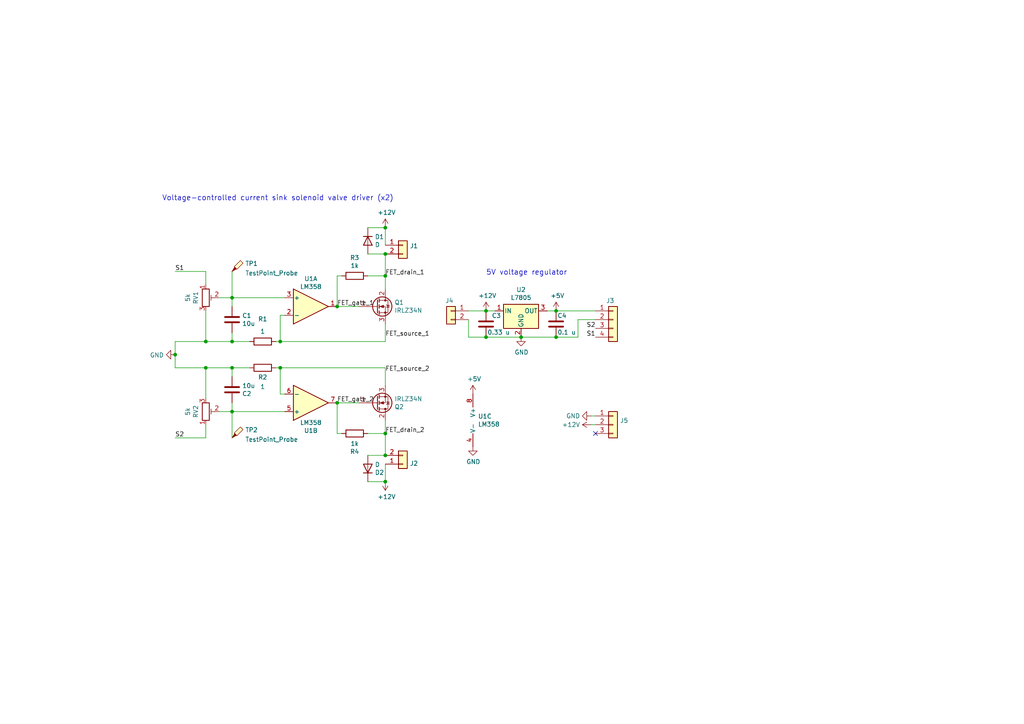
<source format=kicad_sch>
(kicad_sch (version 20230121) (generator eeschema)
  (paper "A4")
  (lib_symbols
    (symbol "+12V_1" (power) (pin_names (offset 0))
      (property "Value" "+12V_1" (at 0 3.556 0))
      (symbol "+12V_1_0_1"
        (polyline (pts (xy -0.762 1.27) (xy 0 2.54)))
        (polyline (pts (xy 0 0) (xy 0 2.54)))
        (polyline (pts (xy 0 2.54) (xy 0.762 1.27)))
      )
      (symbol "+12V_1_1_1"
        (pin power_in line (at 0 0 90) (length 0) hide (name "+12V") (number "1"))
      )
    )
    (symbol "Amplifier_Operational:LM358" (pin_names (offset 0.127))
      (property "Reference" "U" (at 0 5.08 0))
      (property "Value" "LM358" (at 0 -5.08 0))
      (symbol "LM358_1_1"
        (polyline (pts (xy -5.08 5.08) (xy 5.08 0) (xy -5.08 -5.08) (xy -5.08 5.08)) (stroke (width 0.254)) (fill (type background)))
        (pin output line (at 7.62 0 180) (length 2.54) (name "~") (number "1"))
        (pin input line (at -7.62 -2.54 0) (length 2.54) (name "-") (number "2"))
        (pin input line (at -7.62 2.54 0) (length 2.54) (name "+") (number "3"))
      )
      (symbol "LM358_2_1"
        (polyline (pts (xy -5.08 5.08) (xy 5.08 0) (xy -5.08 -5.08) (xy -5.08 5.08)) (stroke (width 0.254)) (fill (type background)))
        (pin input line (at -7.62 2.54 0) (length 2.54) (name "+") (number "5"))
        (pin input line (at -7.62 -2.54 0) (length 2.54) (name "-") (number "6"))
        (pin output line (at 7.62 0 180) (length 2.54) (name "~") (number "7"))
      )
      (symbol "LM358_3_1"
        (pin power_in line (at -2.54 -7.62 90) (length 3.81) (name "V-") (number "4"))
        (pin power_in line (at -2.54 7.62 270) (length 3.81) (name "V+") (number "8"))
      )
    )
    (symbol "Connector:TestPoint_Probe" (pin_numbers hide) (pin_names (offset 0.762) hide)
      (property "Reference" "TP" (at 1.651 5.842 0))
      (property "Value" "TestPoint_Probe" (at 1.651 4.064 0))
      (symbol "TestPoint_Probe_0_1"
        (polyline (pts (xy 1.27 0.762) (xy 0 0) (xy 0.762 1.27) (xy 1.27 0.762)) (fill (type outline)))
        (polyline (pts (xy 1.397 0.635) (xy 0.635 1.397) (xy 2.413 3.175) (xy 3.175 2.413) (xy 1.397 0.635)) (fill (type background)))
      )
      (symbol "TestPoint_Probe_1_1"
        (pin passive line (at 0 0 90) (length 0) (name "1") (number "1"))
      )
    )
    (symbol "Connector_Generic:Conn_01x02" (pin_names (offset 1.016) hide)
      (property "Reference" "J" (at 0 2.54 0))
      (property "Value" "Conn_01x02" (at 0 -5.08 0))
      (symbol "Conn_01x02_1_1"
        (rectangle (start -1.27 -2.413) (end 0 -2.667) (stroke (width 0.1524)))
        (rectangle (start -1.27 0.127) (end 0 -0.127) (stroke (width 0.1524)))
        (rectangle (start -1.27 1.27) (end 1.27 -3.81) (stroke (width 0.254)) (fill (type background)))
        (pin passive line (at -5.08 0 0) (length 3.81) (name "Pin_1") (number "1"))
        (pin passive line (at -5.08 -2.54 0) (length 3.81) (name "Pin_2") (number "2"))
      )
    )
    (symbol "Connector_Generic:Conn_01x03" (pin_names (offset 1.016) hide)
      (property "Reference" "J" (at 0 5.08 0))
      (property "Value" "Conn_01x03" (at 0 -5.08 0))
      (symbol "Conn_01x03_1_1"
        (rectangle (start -1.27 -2.413) (end 0 -2.667) (stroke (width 0.1524)))
        (rectangle (start -1.27 0.127) (end 0 -0.127) (stroke (width 0.1524)))
        (rectangle (start -1.27 2.667) (end 0 2.413) (stroke (width 0.1524)))
        (rectangle (start -1.27 3.81) (end 1.27 -3.81) (stroke (width 0.254)) (fill (type background)))
        (pin passive line (at -5.08 2.54 0) (length 3.81) (name "Pin_1") (number "1"))
        (pin passive line (at -5.08 0 0) (length 3.81) (name "Pin_2") (number "2"))
        (pin passive line (at -5.08 -2.54 0) (length 3.81) (name "Pin_3") (number "3"))
      )
    )
    (symbol "Connector_Generic:Conn_01x04" (pin_names (offset 1.016) hide)
      (property "Reference" "J" (at 0 5.08 0))
      (property "Value" "Conn_01x04" (at 0 -7.62 0))
      (symbol "Conn_01x04_1_1"
        (rectangle (start -1.27 -4.953) (end 0 -5.207) (stroke (width 0.1524)))
        (rectangle (start -1.27 -2.413) (end 0 -2.667) (stroke (width 0.1524)))
        (rectangle (start -1.27 0.127) (end 0 -0.127) (stroke (width 0.1524)))
        (rectangle (start -1.27 2.667) (end 0 2.413) (stroke (width 0.1524)))
        (rectangle (start -1.27 3.81) (end 1.27 -6.35) (stroke (width 0.254)) (fill (type background)))
        (pin passive line (at -5.08 2.54 0) (length 3.81) (name "Pin_1") (number "1"))
        (pin passive line (at -5.08 0 0) (length 3.81) (name "Pin_2") (number "2"))
        (pin passive line (at -5.08 -2.54 0) (length 3.81) (name "Pin_3") (number "3"))
        (pin passive line (at -5.08 -5.08 0) (length 3.81) (name "Pin_4") (number "4"))
      )
    )
    (symbol "Device:C" (pin_numbers hide) (pin_names (offset 0.254))
      (property "Reference" "C" (at 0.635 2.54 0))
      (property "Value" "C" (at 0.635 -2.54 0))
      (symbol "C_0_1"
        (polyline (pts (xy -2.032 -0.762) (xy 2.032 -0.762)) (stroke (width 0.508)))
        (polyline (pts (xy -2.032 0.762) (xy 2.032 0.762)) (stroke (width 0.508)))
      )
      (symbol "C_1_1"
        (pin passive line (at 0 3.81 270) (length 2.794) (name "~") (number "1"))
        (pin passive line (at 0 -3.81 90) (length 2.794) (name "~") (number "2"))
      )
    )
    (symbol "Device:D" (pin_numbers hide) (pin_names (offset 1.016) hide)
      (property "Reference" "D" (at 0 2.54 0))
      (property "Value" "D" (at 0 -2.54 0))
      (symbol "D_0_1"
        (polyline (pts (xy -1.27 1.27) (xy -1.27 -1.27)) (stroke (width 0.254)))
        (polyline (pts (xy 1.27 0) (xy -1.27 0)))
        (polyline (pts (xy 1.27 1.27) (xy 1.27 -1.27) (xy -1.27 0) (xy 1.27 1.27)) (stroke (width 0.254)))
      )
      (symbol "D_1_1"
        (pin passive line (at -3.81 0 0) (length 2.54) (name "K") (number "1"))
        (pin passive line (at 3.81 0 180) (length 2.54) (name "A") (number "2"))
      )
    )
    (symbol "Device:R" (pin_numbers hide) (pin_names (offset 0))
      (property "Reference" "R" (at 2.032 0 90))
      (property "Value" "R" (at 0 0 90))
      (symbol "R_0_1"
        (rectangle (start -1.016 -2.54) (end 1.016 2.54) (stroke (width 0.254)))
      )
      (symbol "R_1_1"
        (pin passive line (at 0 3.81 270) (length 1.27) (name "~") (number "1"))
        (pin passive line (at 0 -3.81 90) (length 1.27) (name "~") (number "2"))
      )
    )
    (symbol "Device:R_POT_TRIM" (pin_names (offset 1.016) hide)
      (property "Reference" "RV" (at -4.445 0 90))
      (property "Value" "R_POT_TRIM" (at -2.54 0 90))
      (symbol "R_POT_TRIM_0_1"
        (polyline (pts (xy 1.524 0.762) (xy 1.524 -0.762)))
        (polyline (pts (xy 2.54 0) (xy 1.524 0)))
        (rectangle (start 1.016 2.54) (end -1.016 -2.54) (stroke (width 0.254)))
      )
      (symbol "R_POT_TRIM_1_1"
        (pin passive line (at 0 3.81 270) (length 1.27) (name "1") (number "1"))
        (pin passive line (at 3.81 0 180) (length 1.27) (name "2") (number "2"))
        (pin passive line (at 0 -3.81 90) (length 1.27) (name "3") (number "3"))
      )
    )
    (symbol "GND_1" (power) (pin_names (offset 0))
      (property "Value" "GND_1" (at 0 -3.81 0))
      (symbol "GND_1_0_1"
        (polyline (pts (xy 0 0) (xy 0 -1.27) (xy 1.27 -1.27) (xy 0 -2.54) (xy -1.27 -1.27) (xy 0 -1.27)))
      )
      (symbol "GND_1_1_1"
        (pin power_in line (at 0 0 270) (length 0) hide (name "GND") (number "1"))
      )
    )
    (symbol "Regulator_Linear:L7805" (pin_names (offset 0.254))
      (property "Reference" "U" (at -3.81 3.175 0))
      (property "Value" "L7805" (at 0 3.175 0))
      (symbol "L7805_0_1"
        (rectangle (start -5.08 1.905) (end 5.08 -5.08) (stroke (width 0.254)) (fill (type background)))
      )
      (symbol "L7805_1_1"
        (pin power_in line (at -7.62 0 0) (length 2.54) (name "IN") (number "1"))
        (pin power_in line (at 0 -7.62 90) (length 2.54) (name "GND") (number "2"))
        (pin power_out line (at 7.62 0 180) (length 2.54) (name "OUT") (number "3"))
      )
    )
    (symbol "Transistor_FET:IRLZ34N" (pin_names hide)
      (property "Reference" "Q" (at 6.35 1.905 0))
      (property "Value" "IRLZ34N" (at 6.35 0 0))
      (symbol "IRLZ34N_0_1"
        (polyline (pts (xy 0.254 0) (xy -2.54 0)))
        (polyline (pts (xy 0.254 1.905) (xy 0.254 -1.905)) (stroke (width 0.254)))
        (polyline (pts (xy 0.762 -1.27) (xy 0.762 -2.286)) (stroke (width 0.254)))
        (polyline (pts (xy 0.762 0.508) (xy 0.762 -0.508)) (stroke (width 0.254)))
        (polyline (pts (xy 0.762 2.286) (xy 0.762 1.27)) (stroke (width 0.254)))
        (polyline (pts (xy 2.54 2.54) (xy 2.54 1.778)))
        (polyline (pts (xy 2.54 -2.54) (xy 2.54 0) (xy 0.762 0)))
        (polyline (pts (xy 0.762 -1.778) (xy 3.302 -1.778) (xy 3.302 1.778) (xy 0.762 1.778)))
        (polyline (pts (xy 1.016 0) (xy 2.032 0.381) (xy 2.032 -0.381) (xy 1.016 0)) (fill (type outline)))
        (polyline (pts (xy 2.794 0.508) (xy 2.921 0.381) (xy 3.683 0.381) (xy 3.81 0.254)))
        (polyline (pts (xy 3.302 0.381) (xy 2.921 -0.254) (xy 3.683 -0.254) (xy 3.302 0.381)))
        (circle (center 1.651 0) (radius 2.794) (stroke (width 0.254)))
        (circle (center 2.54 -1.778) (radius 0.254) (fill (type outline)))
        (circle (center 2.54 1.778) (radius 0.254) (fill (type outline)))
      )
      (symbol "IRLZ34N_1_1"
        (pin input line (at -5.08 0 0) (length 2.54) (name "G") (number "1"))
        (pin passive line (at 2.54 5.08 270) (length 2.54) (name "D") (number "2"))
        (pin passive line (at 2.54 -5.08 90) (length 2.54) (name "S") (number "3"))
      )
    )
    (symbol "power:+12V" (power) (pin_names (offset 0))
      (property "Value" "+12V" (at 0 3.556 0))
      (symbol "+12V_0_1"
        (polyline (pts (xy -0.762 1.27) (xy 0 2.54)))
        (polyline (pts (xy 0 0) (xy 0 2.54)))
        (polyline (pts (xy 0 2.54) (xy 0.762 1.27)))
      )
      (symbol "+12V_1_1"
        (pin power_in line (at 0 0 90) (length 0) hide (name "+12V") (number "1"))
      )
    )
    (symbol "power:+5V" (power) (pin_names (offset 0))
      (property "Value" "+5V" (at 0 3.556 0))
      (symbol "+5V_0_1"
        (polyline (pts (xy -0.762 1.27) (xy 0 2.54)))
        (polyline (pts (xy 0 0) (xy 0 2.54)))
        (polyline (pts (xy 0 2.54) (xy 0.762 1.27)))
      )
      (symbol "+5V_1_1"
        (pin power_in line (at 0 0 90) (length 0) hide (name "+5V") (number "1"))
      )
    )
    (symbol "power:GND" (power) (pin_names (offset 0))
      (property "Value" "GND" (at 0 -3.81 0))
      (symbol "GND_0_1"
        (polyline (pts (xy 0 0) (xy 0 -1.27) (xy 1.27 -1.27) (xy 0 -2.54) (xy -1.27 -1.27) (xy 0 -1.27)))
      )
      (symbol "GND_1_1"
        (pin power_in line (at 0 0 270) (length 0) hide (name "GND") (number "1"))
      )
    )
  )
  (junction (at 97.79 116.84))
  (junction (at 67.31 119.38))
  (junction (at 67.31 106.68))
  (junction (at 161.29 90.17))
  (junction (at 59.69 106.68))
  (junction (at 111.76 132.08))
  (junction (at 140.97 97.79))
  (junction (at 59.69 99.06))
  (junction (at 50.8 102.87))
  (junction (at 111.76 73.66))
  (junction (at 81.28 106.68))
  (junction (at 67.31 99.06))
  (junction (at 161.29 97.79))
  (junction (at 111.76 66.04))
  (junction (at 111.76 139.7))
  (junction (at 97.79 88.9))
  (junction (at 81.28 99.06))
  (junction (at 111.76 125.73))
  (junction (at 140.97 90.17))
  (junction (at 67.31 86.36))
  (junction (at 151.13 97.79))
  (junction (at 111.76 80.01))
  (no_connect (at 172.72 125.73))
  (wire (pts (xy 135.89 92.71) (xy 135.89 97.79)))
  (wire (pts (xy 80.01 106.68) (xy 81.28 106.68)))
  (wire (pts (xy 140.97 97.79) (xy 151.13 97.79)))
  (wire (pts (xy 111.76 132.08) (xy 106.68 132.08)))
  (wire (pts (xy 80.01 99.06) (xy 81.28 99.06)))
  (wire (pts (xy 140.97 90.17) (xy 143.51 90.17)))
  (wire (pts (xy 81.28 106.68) (xy 111.76 106.68)))
  (wire (pts (xy 97.79 116.84) (xy 104.14 116.84)))
  (wire (pts (xy 81.28 99.06) (xy 111.76 99.06)))
  (wire (pts (xy 50.8 99.06) (xy 50.8 102.87)))
  (wire (pts (xy 158.75 90.17) (xy 161.29 90.17)))
  (wire (pts (xy 111.76 125.73) (xy 111.76 132.08)))
  (wire (pts (xy 106.68 80.01) (xy 111.76 80.01)))
  (wire (pts (xy 135.89 97.79) (xy 140.97 97.79)))
  (wire (pts (xy 67.31 86.36) (xy 67.31 88.9)))
  (wire (pts (xy 81.28 91.44) (xy 82.55 91.44)))
  (wire (pts (xy 106.68 125.73) (xy 111.76 125.73)))
  (wire (pts (xy 111.76 80.01) (xy 111.76 83.82)))
  (wire (pts (xy 59.69 127) (xy 59.69 123.19)))
  (wire (pts (xy 67.31 96.52) (xy 67.31 99.06)))
  (wire (pts (xy 50.8 106.68) (xy 59.69 106.68)))
  (wire (pts (xy 59.69 106.68) (xy 67.31 106.68)))
  (wire (pts (xy 67.31 106.68) (xy 72.39 106.68)))
  (wire (pts (xy 97.79 88.9) (xy 104.14 88.9)))
  (wire (pts (xy 63.5 86.36) (xy 67.31 86.36)))
  (wire (pts (xy 67.31 86.36) (xy 82.55 86.36)))
  (wire (pts (xy 111.76 139.7) (xy 111.76 134.62)))
  (wire (pts (xy 111.76 111.76) (xy 111.76 106.68)))
  (wire (pts (xy 67.31 78.74) (xy 67.31 86.36)))
  (wire (pts (xy 50.8 99.06) (xy 59.69 99.06)))
  (wire (pts (xy 59.69 99.06) (xy 67.31 99.06)))
  (wire (pts (xy 67.31 99.06) (xy 72.39 99.06)))
  (wire (pts (xy 67.31 116.84) (xy 67.31 119.38)))
  (wire (pts (xy 50.8 102.87) (xy 50.8 106.68)))
  (wire (pts (xy 97.79 80.01) (xy 99.06 80.01)))
  (wire (pts (xy 67.31 119.38) (xy 67.31 127)))
  (wire (pts (xy 111.76 66.04) (xy 111.76 71.12)))
  (wire (pts (xy 67.31 109.22) (xy 67.31 106.68)))
  (wire (pts (xy 50.8 78.74) (xy 59.69 78.74)))
  (wire (pts (xy 111.76 73.66) (xy 106.68 73.66)))
  (wire (pts (xy 171.45 120.65) (xy 172.72 120.65)))
  (wire (pts (xy 111.76 125.73) (xy 111.76 121.92)))
  (wire (pts (xy 59.69 90.17) (xy 59.69 99.06)))
  (wire (pts (xy 97.79 80.01) (xy 97.79 88.9)))
  (wire (pts (xy 81.28 99.06) (xy 81.28 91.44)))
  (wire (pts (xy 161.29 97.79) (xy 167.64 97.79)))
  (wire (pts (xy 111.76 93.98) (xy 111.76 99.06)))
  (wire (pts (xy 111.76 80.01) (xy 111.76 73.66)))
  (wire (pts (xy 106.68 66.04) (xy 111.76 66.04)))
  (wire (pts (xy 50.8 127) (xy 59.69 127)))
  (wire (pts (xy 97.79 125.73) (xy 97.79 116.84)))
  (wire (pts (xy 81.28 114.3) (xy 82.55 114.3)))
  (wire (pts (xy 135.89 90.17) (xy 140.97 90.17)))
  (wire (pts (xy 97.79 125.73) (xy 99.06 125.73)))
  (wire (pts (xy 167.64 92.71) (xy 172.72 92.71)))
  (wire (pts (xy 59.69 78.74) (xy 59.69 82.55)))
  (wire (pts (xy 161.29 90.17) (xy 172.72 90.17)))
  (wire (pts (xy 106.68 139.7) (xy 111.76 139.7)))
  (wire (pts (xy 63.5 119.38) (xy 67.31 119.38)))
  (wire (pts (xy 67.31 119.38) (xy 82.55 119.38)))
  (wire (pts (xy 151.13 97.79) (xy 161.29 97.79)))
  (wire (pts (xy 171.45 123.19) (xy 172.72 123.19)))
  (wire (pts (xy 59.69 115.57) (xy 59.69 106.68)))
  (wire (pts (xy 81.28 106.68) (xy 81.28 114.3)))
  (wire (pts (xy 167.64 97.79) (xy 167.64 92.71)))
  (text "Voltage-controlled current sink solenoid valve driver (x2)" (at 46.99 58.42 0) (effects (font (size 1.5 1.5)) (justify left bottom)))
  (text "5V voltage regulator" (at 140.97 80.01 0) (effects (font (size 1.5 1.5)) (justify left bottom)))
  (label "S1" (at 172.72 97.79 180))
  (label "S2" (at 172.72 95.25 180))
  (label "FET_source_1" (at 111.76 97.79 0))
  (label "FET_gate_1" (at 97.79 88.9 0))
  (label "FET_gate_2" (at 97.79 116.84 0))
  (label "FET_drain_2" (at 111.76 125.73 0))
  (label "FET_source_2" (at 111.76 107.95 0))
  (label "FET_drain_1" (at 111.76 80.01 0))
  (label "S2" (at 50.8 127 0))
  (label "S1" (at 50.8 78.74 0))
  (symbol (lib_id "Device:R_POT_TRIM") (at 59.69 86.36 0) (unit 1)
    (property "Reference" "RV1" (at 56.769 86.36 90))
    (property "Value" "5k" (at 54.4576 86.36 90))
    (property "Footprint" "Potentiometer_THT:Potentiometer_Bourns_3296W_Vertical" (effects hide))
  )
  (symbol (lib_id "Device:R") (at 76.2 99.06 270) (unit 1)
    (property "Reference" "R1" (at 76.2 92.5322 90))
    (property "Value" "1" (at 76.2 96.1136 90))
    (property "Footprint" "Resistor_THT:R_Axial_DIN0516_L15.5mm_D5.0mm_P20.32mm_Horizontal" (effects hide))
  )
  (symbol (lib_id "power:+12V") (at 111.76 66.04 0) (unit 1)
    (property "Reference" "#PWR04" (effects hide))
    (property "Value" "+12V" (at 112.141 61.6458 0))
  )
  (symbol (lib_id "power:+5V") (at 137.16 114.3 0) (unit 1)
    (property "Reference" "#PWR02" (effects hide))
    (property "Value" "+5V" (at 137.541 109.9058 0))
  )
  (symbol (lib_id "Transistor_FET:IRLZ34N") (at 109.22 88.9 0) (unit 1)
    (property "Reference" "Q1" (at 114.4016 87.7316 0) (effects (justify left)))
    (property "Value" "IRLZ34N" (at 114.4016 90.043 0) (effects (justify left)))
    (property "Footprint" "project_footprints:TO-220-3_Vertical_heatsink" (effects hide))
    (property "Datasheet" "http://www.infineon.com/dgdl/irlz34npbf.pdf?fileId=5546d462533600a40153567206892720" (effects hide))
  )
  (symbol (lib_id "Device:R") (at 102.87 80.01 270) (unit 1)
    (property "Reference" "R3" (at 102.87 74.7522 90))
    (property "Value" "1k" (at 102.87 77.0636 90))
    (property "Footprint" "Resistor_THT:R_Axial_DIN0207_L6.3mm_D2.5mm_P10.16mm_Horizontal" (effects hide))
  )
  (symbol (lib_id "Connector_Generic:Conn_01x02") (at 116.84 71.12 0) (unit 1)
    (property "Reference" "J1" (at 118.872 71.3232 0) (effects (justify left)))
    (property "Value" "Conn_01x02" (effects hide))
    (property "Footprint" "Connector_JST:JST_XH_B2B-XH-A_1x02_P2.50mm_Vertical" (effects hide))
  )
  (symbol (lib_id "Amplifier_Operational:LM358") (at 90.17 88.9 0) (unit 1)
    (property "Reference" "U1" (at 90.17 80.8482 0))
    (property "Value" "LM358" (at 90.17 83.1596 0))
    (property "Footprint" "Package_DIP:DIP-8_W7.62mm" (effects hide))
    (property "Datasheet" "http://www.ti.com/lit/ds/symlink/lm2904-n.pdf" (effects hide))
  )
  (symbol (lib_id "Amplifier_Operational:LM358") (at 139.7 121.92 0) (unit 3)
    (property "Reference" "U1" (at 138.6332 120.7516 0) (effects (justify left)))
    (property "Value" "LM358" (at 138.6332 123.063 0) (effects (justify left)))
    (property "Footprint" "Package_DIP:DIP-8_W7.62mm" (effects hide))
    (property "Datasheet" "http://www.ti.com/lit/ds/symlink/lm2904-n.pdf" (effects hide))
  )
  (symbol (lib_id "Device:R_POT_TRIM") (at 59.69 119.38 0) (mirror x) (unit 1)
    (property "Reference" "RV2" (at 56.769 119.38 90))
    (property "Value" "5k" (at 54.4576 119.38 90))
    (property "Footprint" "Potentiometer_THT:Potentiometer_Bourns_3296W_Vertical" (effects hide))
  )
  (symbol (lib_id "power:GND") (at 137.16 129.54 0) (unit 1)
    (property "Reference" "#PWR03" (effects hide))
    (property "Value" "GND" (at 137.287 133.9342 0))
  )
  (symbol (lib_id "Device:R") (at 76.2 106.68 270) (mirror x) (unit 1)
    (property "Reference" "R2" (at 76.2 109.3978 90))
    (property "Value" "1" (at 76.2 112.1664 90))
    (property "Footprint" "Resistor_THT:R_Axial_DIN0516_L15.5mm_D5.0mm_P20.32mm_Horizontal" (effects hide))
  )
  (symbol (lib_id "Device:R") (at 102.87 125.73 270) (mirror x) (unit 1)
    (property "Reference" "R4" (at 102.87 130.9878 90))
    (property "Value" "1k" (at 102.87 128.6764 90))
    (property "Footprint" "Resistor_THT:R_Axial_DIN0207_L6.3mm_D2.5mm_P10.16mm_Horizontal" (effects hide))
  )
  (symbol (lib_id "Transistor_FET:IRLZ34N") (at 109.22 116.84 0) (mirror x) (unit 1)
    (property "Reference" "Q2" (at 114.4016 118.0084 0) (effects (justify left)))
    (property "Value" "IRLZ34N" (at 114.4016 115.697 0) (effects (justify left)))
    (property "Footprint" "project_footprints:TO-220-3_Vertical_heatsink" (effects hide))
    (property "Datasheet" "http://www.infineon.com/dgdl/irlz34npbf.pdf?fileId=5546d462533600a40153567206892720" (effects hide))
  )
  (symbol (lib_id "Connector_Generic:Conn_01x02") (at 116.84 134.62 0) (mirror x) (unit 1)
    (property "Reference" "J2" (at 118.872 134.4168 0) (effects (justify left)))
    (property "Value" "Conn_01x02" (effects hide))
    (property "Footprint" "Connector_JST:JST_XH_B2B-XH-A_1x02_P2.50mm_Vertical" (effects hide))
  )
  (symbol (lib_id "Amplifier_Operational:LM358") (at 90.17 116.84 0) (mirror x) (unit 2)
    (property "Reference" "U1" (at 90.17 124.8918 0))
    (property "Value" "LM358" (at 90.17 122.5804 0))
    (property "Footprint" "Package_DIP:DIP-8_W7.62mm" (effects hide))
    (property "Datasheet" "http://www.ti.com/lit/ds/symlink/lm2904-n.pdf" (effects hide))
  )
  (symbol (lib_id "Device:D") (at 106.68 135.89 270) (mirror x) (unit 1)
    (property "Reference" "D2" (at 108.712 137.0584 90) (effects (justify left)))
    (property "Value" "D" (at 108.712 134.747 90) (effects (justify left)))
    (property "Footprint" "Diode_THT:D_DO-41_SOD81_P10.16mm_Horizontal" (effects hide))
  )
  (symbol (lib_id "power:+12V") (at 111.76 139.7 0) (mirror x) (unit 1)
    (property "Reference" "#PWR05" (effects hide))
    (property "Value" "+12V" (at 112.141 144.0942 0))
  )
  (symbol (lib_id "Device:D") (at 106.68 69.85 270) (unit 1)
    (property "Reference" "D1" (at 108.712 68.6816 90) (effects (justify left)))
    (property "Value" "D" (at 108.712 70.993 90) (effects (justify left)))
    (property "Footprint" "Diode_THT:D_DO-41_SOD81_P10.16mm_Horizontal" (effects hide))
  )
  (symbol (lib_id "power:GND") (at 50.8 102.87 270) (unit 1)
    (property "Reference" "#PWR01" (effects hide))
    (property "Value" "GND" (at 47.5488 102.997 90) (effects (justify right)))
  )
  (symbol (lib_id "Connector_Generic:Conn_01x04") (at 177.8 92.71 0) (unit 1)
    (property "Reference" "J3" (at 176.9872 87.1982 0))
    (property "Value" "Conn_01x04" (effects hide))
    (property "Footprint" "Connector_PinHeader_2.54mm:PinHeader_1x04_P2.54mm_Vertical" (effects hide))
  )
  (symbol (lib_id "Connector_Generic:Conn_01x02") (at 130.81 90.17 0) (mirror y) (unit 1)
    (property "Reference" "J4" (at 130.3528 87.1982 0))
    (property "Value" "Conn_01x02" (effects hide))
    (property "Footprint" "Connector_JST:JST_XH_B2B-XH-A_1x02_P2.50mm_Vertical" (effects hide))
  )
  (symbol (lib_id "Regulator_Linear:L7805") (at 151.13 90.17 0) (unit 1)
    (property "Reference" "U2" (at 151.13 84.0232 0))
    (property "Value" "L7805" (at 151.13 86.3346 0))
    (property "Footprint" "project_footprints:TO-220-3_Vertical_heatsink" (effects hide))
    (property "Datasheet" "http://www.st.com/content/ccc/resource/technical/document/datasheet/41/4f/b3/b0/12/d4/47/88/CD00000444.pdf/files/CD00000444.pdf/jcr:content/translations/en.CD00000444.pdf" (effects hide))
  )
  (symbol (lib_id "power:+12V") (at 140.97 90.17 0) (unit 1)
    (property "Reference" "#PWR0101" (effects hide))
    (property "Value" "+12V" (at 141.351 85.7758 0))
  )
  (symbol (lib_id "power:GND") (at 151.13 97.79 0) (unit 1)
    (property "Reference" "#PWR0102" (effects hide))
    (property "Value" "GND" (at 151.257 102.1842 0))
  )
  (symbol (lib_id "power:+5V") (at 161.29 90.17 0) (unit 1)
    (property "Reference" "#PWR0103" (effects hide))
    (property "Value" "+5V" (at 161.671 85.7758 0))
  )
  (symbol (lib_id "Device:C") (at 140.97 93.98 0) (unit 1)
    (property "Reference" "C3" (at 142.621 91.5416 0) (effects (justify left)))
    (property "Value" "0.33 u" (at 141.351 96.393 0) (effects (justify left)))
    (property "Footprint" "Capacitor_THT:C_Disc_D4.3mm_W1.9mm_P5.00mm" (effects hide))
  )
  (symbol (lib_id "Device:C") (at 161.29 93.98 0) (unit 1)
    (property "Reference" "C4" (at 161.671 91.5416 0) (effects (justify left)))
    (property "Value" "0.1 u" (at 161.671 96.393 0) (effects (justify left)))
    (property "Footprint" "Capacitor_THT:C_Disc_D4.3mm_W1.9mm_P5.00mm" (effects hide))
  )
  (symbol (lib_name "GND_1") (lib_id "power:GND") (at 171.45 120.65 270) (unit 1)
    (property "Reference" "#PWR06" (effects hide))
    (property "Value" "GND" (at 168.2751 120.65 90) (effects (justify right)))
  )
  (symbol (lib_id "Connector:TestPoint_Probe") (at 67.31 78.74 0) (unit 1)
    (property "Reference" "TP1" (at 71.1201 76.4345 0) (effects (justify left)))
    (property "Value" "TestPoint_Probe" (at 71.1201 79.2096 0) (effects (justify left)))
    (property "Footprint" "TestPoint:TestPoint_THTPad_D1.0mm_Drill0.5mm" (effects hide))
  )
  (symbol (lib_id "Connector:TestPoint_Probe") (at 67.31 127 0) (unit 1)
    (property "Reference" "TP2" (at 71.1201 124.6945 0) (effects (justify left)))
    (property "Value" "TestPoint_Probe" (at 71.1201 127.4696 0) (effects (justify left)))
    (property "Footprint" "TestPoint:TestPoint_THTPad_D1.0mm_Drill0.5mm" (effects hide))
  )
  (symbol (lib_id "Connector_Generic:Conn_01x03") (at 177.8 123.19 0) (unit 1)
    (property "Reference" "J5" (at 179.832 121.9779 0) (effects (justify left)))
    (property "Value" "Conn_01x03" (effects hide))
    (property "Footprint" "Connector_Molex:Molex_KK-254_AE-6410-03A_1x03_P2.54mm_Vertical" (effects hide))
  )
  (symbol (lib_id "Device:C") (at 67.31 92.71 0) (unit 1)
    (property "Reference" "C1" (at 70.231 91.5416 0) (effects (justify left)))
    (property "Value" "10u" (at 70.231 93.853 0) (effects (justify left)))
    (property "Footprint" "Capacitor_THT:C_Disc_D7.5mm_W5.0mm_P5.00mm" (effects hide))
  )
  (symbol (lib_name "+12V_1") (lib_id "power:+12V") (at 171.45 123.19 90) (unit 1)
    (property "Reference" "#PWR07" (effects hide))
    (property "Value" "+12V" (at 168.275 123.19 90) (effects (justify left)))
  )
  (symbol (lib_id "Device:C") (at 67.31 113.03 0) (mirror x) (unit 1)
    (property "Reference" "C2" (at 70.231 114.1984 0) (effects (justify left)))
    (property "Value" "10u" (at 70.231 111.887 0) (effects (justify left)))
    (property "Footprint" "Capacitor_THT:C_Disc_D7.5mm_W5.0mm_P5.00mm" (effects hide))
  )
)
</source>
